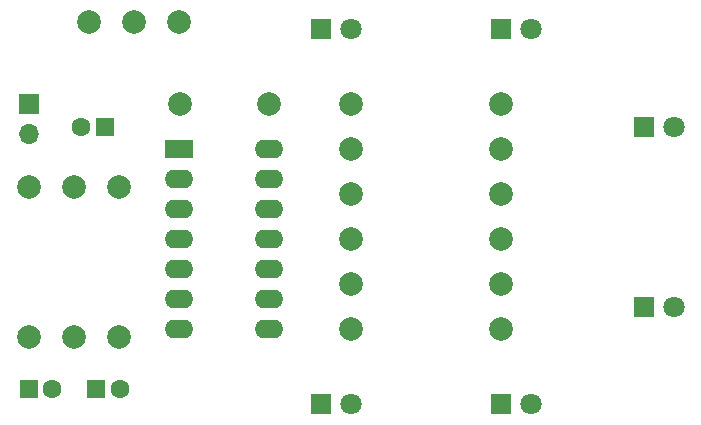
<source format=gbr>
%TF.GenerationSoftware,KiCad,Pcbnew,(5.1.12)-1*%
%TF.CreationDate,2022-01-05T14:07:08+01:00*%
%TF.ProjectId,pcb-luces-led-navidad,7063622d-6c75-4636-9573-2d6c65642d6e,R1*%
%TF.SameCoordinates,PX3072580PY3072580*%
%TF.FileFunction,Soldermask,Top*%
%TF.FilePolarity,Negative*%
%FSLAX46Y46*%
G04 Gerber Fmt 4.6, Leading zero omitted, Abs format (unit mm)*
G04 Created by KiCad (PCBNEW (5.1.12)-1) date 2022-01-05 14:07:08*
%MOMM*%
%LPD*%
G01*
G04 APERTURE LIST*
%ADD10C,2.000000*%
%ADD11R,2.400000X1.600000*%
%ADD12O,2.400000X1.600000*%
%ADD13C,1.600000*%
%ADD14R,1.600000X1.600000*%
%ADD15R,1.700000X1.700000*%
%ADD16O,1.700000X1.700000*%
%ADD17R,1.800000X1.800000*%
%ADD18C,1.800000*%
G04 APERTURE END LIST*
D10*
%TO.C,R3*%
X2540000Y-17145000D03*
X2540000Y-29845000D03*
%TD*%
%TO.C,R9*%
X10160000Y-17145000D03*
X10160000Y-29845000D03*
%TD*%
D11*
%TO.C,U1*%
X15240000Y-13970000D03*
D12*
X22860000Y-29210000D03*
X15240000Y-16510000D03*
X22860000Y-26670000D03*
X15240000Y-19050000D03*
X22860000Y-24130000D03*
X15240000Y-21590000D03*
X22860000Y-21590000D03*
X15240000Y-24130000D03*
X22860000Y-19050000D03*
X15240000Y-26670000D03*
X22860000Y-16510000D03*
X15240000Y-29210000D03*
X22860000Y-13970000D03*
%TD*%
D13*
%TO.C,C1*%
X4540000Y-34290000D03*
D14*
X2540000Y-34290000D03*
%TD*%
%TO.C,C2*%
X8255000Y-34290000D03*
D13*
X10255000Y-34290000D03*
%TD*%
D14*
%TO.C,C3*%
X8985000Y-12065000D03*
D13*
X6985000Y-12065000D03*
%TD*%
D10*
%TO.C,C4*%
X22860000Y-10160000D03*
X15360000Y-10160000D03*
%TD*%
%TO.C,R1*%
X42545000Y-10160000D03*
X29845000Y-10160000D03*
%TD*%
%TO.C,R2*%
X42545000Y-13970000D03*
X29845000Y-13970000D03*
%TD*%
%TO.C,R4*%
X29845000Y-21590000D03*
X42545000Y-21590000D03*
%TD*%
%TO.C,R5*%
X29845000Y-17780000D03*
X42545000Y-17780000D03*
%TD*%
%TO.C,R6*%
X6350000Y-29845000D03*
X6350000Y-17145000D03*
%TD*%
%TO.C,R7*%
X42545000Y-25400000D03*
X29845000Y-25400000D03*
%TD*%
%TO.C,R8*%
X42545000Y-29210000D03*
X29845000Y-29210000D03*
%TD*%
D15*
%TO.C,BT1*%
X2540000Y-10160000D03*
D16*
X2540000Y-12700000D03*
%TD*%
D17*
%TO.C,D1*%
X27305000Y-3810000D03*
D18*
X29845000Y-3810000D03*
%TD*%
%TO.C,D2*%
X45085000Y-3810000D03*
D17*
X42545000Y-3810000D03*
%TD*%
%TO.C,D3*%
X54610000Y-12065000D03*
D18*
X57150000Y-12065000D03*
%TD*%
%TO.C,D4*%
X57150000Y-27305000D03*
D17*
X54610000Y-27305000D03*
%TD*%
%TO.C,D5*%
X42545000Y-35560000D03*
D18*
X45085000Y-35560000D03*
%TD*%
%TO.C,D6*%
X29845000Y-35560000D03*
D17*
X27305000Y-35560000D03*
%TD*%
D10*
%TO.C,SW1*%
X15240000Y-3175000D03*
X11430000Y-3175000D03*
X7620000Y-3175000D03*
%TD*%
M02*

</source>
